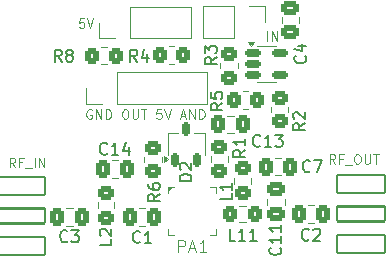
<source format=gto>
%TF.GenerationSoftware,KiCad,Pcbnew,8.0.8*%
%TF.CreationDate,2025-02-12T15:11:31-05:00*%
%TF.ProjectId,pa-test-board,70612d74-6573-4742-9d62-6f6172642e6b,rev?*%
%TF.SameCoordinates,Original*%
%TF.FileFunction,Legend,Top*%
%TF.FilePolarity,Positive*%
%FSLAX46Y46*%
G04 Gerber Fmt 4.6, Leading zero omitted, Abs format (unit mm)*
G04 Created by KiCad (PCBNEW 8.0.8) date 2025-02-12 15:11:31*
%MOMM*%
%LPD*%
G01*
G04 APERTURE LIST*
G04 Aperture macros list*
%AMRoundRect*
0 Rectangle with rounded corners*
0 $1 Rounding radius*
0 $2 $3 $4 $5 $6 $7 $8 $9 X,Y pos of 4 corners*
0 Add a 4 corners polygon primitive as box body*
4,1,4,$2,$3,$4,$5,$6,$7,$8,$9,$2,$3,0*
0 Add four circle primitives for the rounded corners*
1,1,$1+$1,$2,$3*
1,1,$1+$1,$4,$5*
1,1,$1+$1,$6,$7*
1,1,$1+$1,$8,$9*
0 Add four rect primitives between the rounded corners*
20,1,$1+$1,$2,$3,$4,$5,0*
20,1,$1+$1,$4,$5,$6,$7,0*
20,1,$1+$1,$6,$7,$8,$9,0*
20,1,$1+$1,$8,$9,$2,$3,0*%
G04 Aperture macros list end*
%ADD10C,0.100000*%
%ADD11C,0.150000*%
%ADD12C,0.120000*%
%ADD13C,0.200000*%
%ADD14RoundRect,0.250000X0.337500X0.475000X-0.337500X0.475000X-0.337500X-0.475000X0.337500X-0.475000X0*%
%ADD15RoundRect,0.250000X0.450000X-0.350000X0.450000X0.350000X-0.450000X0.350000X-0.450000X-0.350000X0*%
%ADD16RoundRect,0.250000X-0.350000X-0.450000X0.350000X-0.450000X0.350000X0.450000X-0.350000X0.450000X0*%
%ADD17RoundRect,0.250000X-0.450000X0.350000X-0.450000X-0.350000X0.450000X-0.350000X0.450000X0.350000X0*%
%ADD18R,1.700000X1.700000*%
%ADD19O,1.700000X1.700000*%
%ADD20RoundRect,0.250000X0.450000X-0.325000X0.450000X0.325000X-0.450000X0.325000X-0.450000X-0.325000X0*%
%ADD21C,3.200000*%
%ADD22RoundRect,0.162500X0.162500X-0.447500X0.162500X0.447500X-0.162500X0.447500X-0.162500X-0.447500X0*%
%ADD23RoundRect,0.250000X-0.325000X-0.450000X0.325000X-0.450000X0.325000X0.450000X-0.325000X0.450000X0*%
%ADD24RoundRect,0.250000X-0.337500X-0.475000X0.337500X-0.475000X0.337500X0.475000X-0.337500X0.475000X0*%
%ADD25RoundRect,0.101600X2.032000X-0.635000X2.032000X0.635000X-2.032000X0.635000X-2.032000X-0.635000X0*%
%ADD26RoundRect,0.101600X2.032000X-0.762000X2.032000X0.762000X-2.032000X0.762000X-2.032000X-0.762000X0*%
%ADD27RoundRect,0.250000X-0.475000X0.337500X-0.475000X-0.337500X0.475000X-0.337500X0.475000X0.337500X0*%
%ADD28RoundRect,0.250000X-0.450000X0.325000X-0.450000X-0.325000X0.450000X-0.325000X0.450000X0.325000X0*%
%ADD29RoundRect,0.150000X-0.512500X-0.150000X0.512500X-0.150000X0.512500X0.150000X-0.512500X0.150000X0*%
%ADD30RoundRect,0.101600X-2.032000X0.635000X-2.032000X-0.635000X2.032000X-0.635000X2.032000X0.635000X0*%
%ADD31RoundRect,0.101600X-2.032000X0.762000X-2.032000X-0.762000X2.032000X-0.762000X2.032000X0.762000X0*%
%ADD32O,0.700000X0.380000*%
%ADD33O,0.380000X0.700000*%
%ADD34C,0.500000*%
%ADD35R,2.700000X2.700000*%
%ADD36RoundRect,0.250000X0.475000X-0.337500X0.475000X0.337500X-0.475000X0.337500X-0.475000X-0.337500X0*%
G04 APERTURE END LIST*
D10*
X141437217Y-94596895D02*
X141056265Y-94596895D01*
X141056265Y-94596895D02*
X141018169Y-94977847D01*
X141018169Y-94977847D02*
X141056265Y-94939752D01*
X141056265Y-94939752D02*
X141132455Y-94901657D01*
X141132455Y-94901657D02*
X141322931Y-94901657D01*
X141322931Y-94901657D02*
X141399122Y-94939752D01*
X141399122Y-94939752D02*
X141437217Y-94977847D01*
X141437217Y-94977847D02*
X141475312Y-95054038D01*
X141475312Y-95054038D02*
X141475312Y-95244514D01*
X141475312Y-95244514D02*
X141437217Y-95320704D01*
X141437217Y-95320704D02*
X141399122Y-95358800D01*
X141399122Y-95358800D02*
X141322931Y-95396895D01*
X141322931Y-95396895D02*
X141132455Y-95396895D01*
X141132455Y-95396895D02*
X141056265Y-95358800D01*
X141056265Y-95358800D02*
X141018169Y-95320704D01*
X141703884Y-94596895D02*
X141970551Y-95396895D01*
X141970551Y-95396895D02*
X142237217Y-94596895D01*
X135613408Y-107196895D02*
X135346741Y-106815942D01*
X135156265Y-107196895D02*
X135156265Y-106396895D01*
X135156265Y-106396895D02*
X135461027Y-106396895D01*
X135461027Y-106396895D02*
X135537217Y-106434990D01*
X135537217Y-106434990D02*
X135575312Y-106473085D01*
X135575312Y-106473085D02*
X135613408Y-106549276D01*
X135613408Y-106549276D02*
X135613408Y-106663561D01*
X135613408Y-106663561D02*
X135575312Y-106739752D01*
X135575312Y-106739752D02*
X135537217Y-106777847D01*
X135537217Y-106777847D02*
X135461027Y-106815942D01*
X135461027Y-106815942D02*
X135156265Y-106815942D01*
X136222931Y-106777847D02*
X135956265Y-106777847D01*
X135956265Y-107196895D02*
X135956265Y-106396895D01*
X135956265Y-106396895D02*
X136337217Y-106396895D01*
X136451503Y-107273085D02*
X137061026Y-107273085D01*
X137251503Y-107196895D02*
X137251503Y-106396895D01*
X137632455Y-107196895D02*
X137632455Y-106396895D01*
X137632455Y-106396895D02*
X138089598Y-107196895D01*
X138089598Y-107196895D02*
X138089598Y-106396895D01*
X156956265Y-96496895D02*
X156956265Y-95696895D01*
X157337217Y-96496895D02*
X157337217Y-95696895D01*
X157337217Y-95696895D02*
X157794360Y-96496895D01*
X157794360Y-96496895D02*
X157794360Y-95696895D01*
X162713408Y-106896895D02*
X162446741Y-106515942D01*
X162256265Y-106896895D02*
X162256265Y-106096895D01*
X162256265Y-106096895D02*
X162561027Y-106096895D01*
X162561027Y-106096895D02*
X162637217Y-106134990D01*
X162637217Y-106134990D02*
X162675312Y-106173085D01*
X162675312Y-106173085D02*
X162713408Y-106249276D01*
X162713408Y-106249276D02*
X162713408Y-106363561D01*
X162713408Y-106363561D02*
X162675312Y-106439752D01*
X162675312Y-106439752D02*
X162637217Y-106477847D01*
X162637217Y-106477847D02*
X162561027Y-106515942D01*
X162561027Y-106515942D02*
X162256265Y-106515942D01*
X163322931Y-106477847D02*
X163056265Y-106477847D01*
X163056265Y-106896895D02*
X163056265Y-106096895D01*
X163056265Y-106096895D02*
X163437217Y-106096895D01*
X163551503Y-106973085D02*
X164161026Y-106973085D01*
X164503884Y-106096895D02*
X164656265Y-106096895D01*
X164656265Y-106096895D02*
X164732455Y-106134990D01*
X164732455Y-106134990D02*
X164808646Y-106211180D01*
X164808646Y-106211180D02*
X164846741Y-106363561D01*
X164846741Y-106363561D02*
X164846741Y-106630228D01*
X164846741Y-106630228D02*
X164808646Y-106782609D01*
X164808646Y-106782609D02*
X164732455Y-106858800D01*
X164732455Y-106858800D02*
X164656265Y-106896895D01*
X164656265Y-106896895D02*
X164503884Y-106896895D01*
X164503884Y-106896895D02*
X164427693Y-106858800D01*
X164427693Y-106858800D02*
X164351503Y-106782609D01*
X164351503Y-106782609D02*
X164313407Y-106630228D01*
X164313407Y-106630228D02*
X164313407Y-106363561D01*
X164313407Y-106363561D02*
X164351503Y-106211180D01*
X164351503Y-106211180D02*
X164427693Y-106134990D01*
X164427693Y-106134990D02*
X164503884Y-106096895D01*
X165189598Y-106096895D02*
X165189598Y-106744514D01*
X165189598Y-106744514D02*
X165227693Y-106820704D01*
X165227693Y-106820704D02*
X165265788Y-106858800D01*
X165265788Y-106858800D02*
X165341979Y-106896895D01*
X165341979Y-106896895D02*
X165494360Y-106896895D01*
X165494360Y-106896895D02*
X165570550Y-106858800D01*
X165570550Y-106858800D02*
X165608645Y-106820704D01*
X165608645Y-106820704D02*
X165646741Y-106744514D01*
X165646741Y-106744514D02*
X165646741Y-106096895D01*
X165913407Y-106096895D02*
X166370550Y-106096895D01*
X166141978Y-106896895D02*
X166141978Y-106096895D01*
X142075312Y-102334990D02*
X141999122Y-102296895D01*
X141999122Y-102296895D02*
X141884836Y-102296895D01*
X141884836Y-102296895D02*
X141770550Y-102334990D01*
X141770550Y-102334990D02*
X141694360Y-102411180D01*
X141694360Y-102411180D02*
X141656265Y-102487371D01*
X141656265Y-102487371D02*
X141618169Y-102639752D01*
X141618169Y-102639752D02*
X141618169Y-102754038D01*
X141618169Y-102754038D02*
X141656265Y-102906419D01*
X141656265Y-102906419D02*
X141694360Y-102982609D01*
X141694360Y-102982609D02*
X141770550Y-103058800D01*
X141770550Y-103058800D02*
X141884836Y-103096895D01*
X141884836Y-103096895D02*
X141961027Y-103096895D01*
X141961027Y-103096895D02*
X142075312Y-103058800D01*
X142075312Y-103058800D02*
X142113408Y-103020704D01*
X142113408Y-103020704D02*
X142113408Y-102754038D01*
X142113408Y-102754038D02*
X141961027Y-102754038D01*
X142456265Y-103096895D02*
X142456265Y-102296895D01*
X142456265Y-102296895D02*
X142913408Y-103096895D01*
X142913408Y-103096895D02*
X142913408Y-102296895D01*
X143294360Y-103096895D02*
X143294360Y-102296895D01*
X143294360Y-102296895D02*
X143484836Y-102296895D01*
X143484836Y-102296895D02*
X143599122Y-102334990D01*
X143599122Y-102334990D02*
X143675312Y-102411180D01*
X143675312Y-102411180D02*
X143713407Y-102487371D01*
X143713407Y-102487371D02*
X143751503Y-102639752D01*
X143751503Y-102639752D02*
X143751503Y-102754038D01*
X143751503Y-102754038D02*
X143713407Y-102906419D01*
X143713407Y-102906419D02*
X143675312Y-102982609D01*
X143675312Y-102982609D02*
X143599122Y-103058800D01*
X143599122Y-103058800D02*
X143484836Y-103096895D01*
X143484836Y-103096895D02*
X143294360Y-103096895D01*
X144856265Y-102296895D02*
X145008646Y-102296895D01*
X145008646Y-102296895D02*
X145084836Y-102334990D01*
X145084836Y-102334990D02*
X145161027Y-102411180D01*
X145161027Y-102411180D02*
X145199122Y-102563561D01*
X145199122Y-102563561D02*
X145199122Y-102830228D01*
X145199122Y-102830228D02*
X145161027Y-102982609D01*
X145161027Y-102982609D02*
X145084836Y-103058800D01*
X145084836Y-103058800D02*
X145008646Y-103096895D01*
X145008646Y-103096895D02*
X144856265Y-103096895D01*
X144856265Y-103096895D02*
X144780074Y-103058800D01*
X144780074Y-103058800D02*
X144703884Y-102982609D01*
X144703884Y-102982609D02*
X144665788Y-102830228D01*
X144665788Y-102830228D02*
X144665788Y-102563561D01*
X144665788Y-102563561D02*
X144703884Y-102411180D01*
X144703884Y-102411180D02*
X144780074Y-102334990D01*
X144780074Y-102334990D02*
X144856265Y-102296895D01*
X145541979Y-102296895D02*
X145541979Y-102944514D01*
X145541979Y-102944514D02*
X145580074Y-103020704D01*
X145580074Y-103020704D02*
X145618169Y-103058800D01*
X145618169Y-103058800D02*
X145694360Y-103096895D01*
X145694360Y-103096895D02*
X145846741Y-103096895D01*
X145846741Y-103096895D02*
X145922931Y-103058800D01*
X145922931Y-103058800D02*
X145961026Y-103020704D01*
X145961026Y-103020704D02*
X145999122Y-102944514D01*
X145999122Y-102944514D02*
X145999122Y-102296895D01*
X146265788Y-102296895D02*
X146722931Y-102296895D01*
X146494359Y-103096895D02*
X146494359Y-102296895D01*
X147980074Y-102296895D02*
X147599122Y-102296895D01*
X147599122Y-102296895D02*
X147561026Y-102677847D01*
X147561026Y-102677847D02*
X147599122Y-102639752D01*
X147599122Y-102639752D02*
X147675312Y-102601657D01*
X147675312Y-102601657D02*
X147865788Y-102601657D01*
X147865788Y-102601657D02*
X147941979Y-102639752D01*
X147941979Y-102639752D02*
X147980074Y-102677847D01*
X147980074Y-102677847D02*
X148018169Y-102754038D01*
X148018169Y-102754038D02*
X148018169Y-102944514D01*
X148018169Y-102944514D02*
X147980074Y-103020704D01*
X147980074Y-103020704D02*
X147941979Y-103058800D01*
X147941979Y-103058800D02*
X147865788Y-103096895D01*
X147865788Y-103096895D02*
X147675312Y-103096895D01*
X147675312Y-103096895D02*
X147599122Y-103058800D01*
X147599122Y-103058800D02*
X147561026Y-103020704D01*
X148246741Y-102296895D02*
X148513408Y-103096895D01*
X148513408Y-103096895D02*
X148780074Y-102296895D01*
X149618169Y-102868323D02*
X149999122Y-102868323D01*
X149541979Y-103096895D02*
X149808646Y-102296895D01*
X149808646Y-102296895D02*
X150075312Y-103096895D01*
X150341979Y-103096895D02*
X150341979Y-102296895D01*
X150341979Y-102296895D02*
X150799122Y-103096895D01*
X150799122Y-103096895D02*
X150799122Y-102296895D01*
X151180074Y-103096895D02*
X151180074Y-102296895D01*
X151180074Y-102296895D02*
X151370550Y-102296895D01*
X151370550Y-102296895D02*
X151484836Y-102334990D01*
X151484836Y-102334990D02*
X151561026Y-102411180D01*
X151561026Y-102411180D02*
X151599121Y-102487371D01*
X151599121Y-102487371D02*
X151637217Y-102639752D01*
X151637217Y-102639752D02*
X151637217Y-102754038D01*
X151637217Y-102754038D02*
X151599121Y-102906419D01*
X151599121Y-102906419D02*
X151561026Y-102982609D01*
X151561026Y-102982609D02*
X151484836Y-103058800D01*
X151484836Y-103058800D02*
X151370550Y-103096895D01*
X151370550Y-103096895D02*
X151180074Y-103096895D01*
D11*
X156357142Y-105359580D02*
X156309523Y-105407200D01*
X156309523Y-105407200D02*
X156166666Y-105454819D01*
X156166666Y-105454819D02*
X156071428Y-105454819D01*
X156071428Y-105454819D02*
X155928571Y-105407200D01*
X155928571Y-105407200D02*
X155833333Y-105311961D01*
X155833333Y-105311961D02*
X155785714Y-105216723D01*
X155785714Y-105216723D02*
X155738095Y-105026247D01*
X155738095Y-105026247D02*
X155738095Y-104883390D01*
X155738095Y-104883390D02*
X155785714Y-104692914D01*
X155785714Y-104692914D02*
X155833333Y-104597676D01*
X155833333Y-104597676D02*
X155928571Y-104502438D01*
X155928571Y-104502438D02*
X156071428Y-104454819D01*
X156071428Y-104454819D02*
X156166666Y-104454819D01*
X156166666Y-104454819D02*
X156309523Y-104502438D01*
X156309523Y-104502438D02*
X156357142Y-104550057D01*
X157309523Y-105454819D02*
X156738095Y-105454819D01*
X157023809Y-105454819D02*
X157023809Y-104454819D01*
X157023809Y-104454819D02*
X156928571Y-104597676D01*
X156928571Y-104597676D02*
X156833333Y-104692914D01*
X156833333Y-104692914D02*
X156738095Y-104740533D01*
X157642857Y-104454819D02*
X158261904Y-104454819D01*
X158261904Y-104454819D02*
X157928571Y-104835771D01*
X157928571Y-104835771D02*
X158071428Y-104835771D01*
X158071428Y-104835771D02*
X158166666Y-104883390D01*
X158166666Y-104883390D02*
X158214285Y-104931009D01*
X158214285Y-104931009D02*
X158261904Y-105026247D01*
X158261904Y-105026247D02*
X158261904Y-105264342D01*
X158261904Y-105264342D02*
X158214285Y-105359580D01*
X158214285Y-105359580D02*
X158166666Y-105407200D01*
X158166666Y-105407200D02*
X158071428Y-105454819D01*
X158071428Y-105454819D02*
X157785714Y-105454819D01*
X157785714Y-105454819D02*
X157690476Y-105407200D01*
X157690476Y-105407200D02*
X157642857Y-105359580D01*
X152654819Y-97866666D02*
X152178628Y-98199999D01*
X152654819Y-98438094D02*
X151654819Y-98438094D01*
X151654819Y-98438094D02*
X151654819Y-98057142D01*
X151654819Y-98057142D02*
X151702438Y-97961904D01*
X151702438Y-97961904D02*
X151750057Y-97914285D01*
X151750057Y-97914285D02*
X151845295Y-97866666D01*
X151845295Y-97866666D02*
X151988152Y-97866666D01*
X151988152Y-97866666D02*
X152083390Y-97914285D01*
X152083390Y-97914285D02*
X152131009Y-97961904D01*
X152131009Y-97961904D02*
X152178628Y-98057142D01*
X152178628Y-98057142D02*
X152178628Y-98438094D01*
X151654819Y-97533332D02*
X151654819Y-96914285D01*
X151654819Y-96914285D02*
X152035771Y-97247618D01*
X152035771Y-97247618D02*
X152035771Y-97104761D01*
X152035771Y-97104761D02*
X152083390Y-97009523D01*
X152083390Y-97009523D02*
X152131009Y-96961904D01*
X152131009Y-96961904D02*
X152226247Y-96914285D01*
X152226247Y-96914285D02*
X152464342Y-96914285D01*
X152464342Y-96914285D02*
X152559580Y-96961904D01*
X152559580Y-96961904D02*
X152607200Y-97009523D01*
X152607200Y-97009523D02*
X152654819Y-97104761D01*
X152654819Y-97104761D02*
X152654819Y-97390475D01*
X152654819Y-97390475D02*
X152607200Y-97485713D01*
X152607200Y-97485713D02*
X152559580Y-97533332D01*
X153154819Y-101766666D02*
X152678628Y-102099999D01*
X153154819Y-102338094D02*
X152154819Y-102338094D01*
X152154819Y-102338094D02*
X152154819Y-101957142D01*
X152154819Y-101957142D02*
X152202438Y-101861904D01*
X152202438Y-101861904D02*
X152250057Y-101814285D01*
X152250057Y-101814285D02*
X152345295Y-101766666D01*
X152345295Y-101766666D02*
X152488152Y-101766666D01*
X152488152Y-101766666D02*
X152583390Y-101814285D01*
X152583390Y-101814285D02*
X152631009Y-101861904D01*
X152631009Y-101861904D02*
X152678628Y-101957142D01*
X152678628Y-101957142D02*
X152678628Y-102338094D01*
X152154819Y-100861904D02*
X152154819Y-101338094D01*
X152154819Y-101338094D02*
X152631009Y-101385713D01*
X152631009Y-101385713D02*
X152583390Y-101338094D01*
X152583390Y-101338094D02*
X152535771Y-101242856D01*
X152535771Y-101242856D02*
X152535771Y-101004761D01*
X152535771Y-101004761D02*
X152583390Y-100909523D01*
X152583390Y-100909523D02*
X152631009Y-100861904D01*
X152631009Y-100861904D02*
X152726247Y-100814285D01*
X152726247Y-100814285D02*
X152964342Y-100814285D01*
X152964342Y-100814285D02*
X153059580Y-100861904D01*
X153059580Y-100861904D02*
X153107200Y-100909523D01*
X153107200Y-100909523D02*
X153154819Y-101004761D01*
X153154819Y-101004761D02*
X153154819Y-101242856D01*
X153154819Y-101242856D02*
X153107200Y-101338094D01*
X153107200Y-101338094D02*
X153059580Y-101385713D01*
X147854819Y-109466666D02*
X147378628Y-109799999D01*
X147854819Y-110038094D02*
X146854819Y-110038094D01*
X146854819Y-110038094D02*
X146854819Y-109657142D01*
X146854819Y-109657142D02*
X146902438Y-109561904D01*
X146902438Y-109561904D02*
X146950057Y-109514285D01*
X146950057Y-109514285D02*
X147045295Y-109466666D01*
X147045295Y-109466666D02*
X147188152Y-109466666D01*
X147188152Y-109466666D02*
X147283390Y-109514285D01*
X147283390Y-109514285D02*
X147331009Y-109561904D01*
X147331009Y-109561904D02*
X147378628Y-109657142D01*
X147378628Y-109657142D02*
X147378628Y-110038094D01*
X146854819Y-108609523D02*
X146854819Y-108799999D01*
X146854819Y-108799999D02*
X146902438Y-108895237D01*
X146902438Y-108895237D02*
X146950057Y-108942856D01*
X146950057Y-108942856D02*
X147092914Y-109038094D01*
X147092914Y-109038094D02*
X147283390Y-109085713D01*
X147283390Y-109085713D02*
X147664342Y-109085713D01*
X147664342Y-109085713D02*
X147759580Y-109038094D01*
X147759580Y-109038094D02*
X147807200Y-108990475D01*
X147807200Y-108990475D02*
X147854819Y-108895237D01*
X147854819Y-108895237D02*
X147854819Y-108704761D01*
X147854819Y-108704761D02*
X147807200Y-108609523D01*
X147807200Y-108609523D02*
X147759580Y-108561904D01*
X147759580Y-108561904D02*
X147664342Y-108514285D01*
X147664342Y-108514285D02*
X147426247Y-108514285D01*
X147426247Y-108514285D02*
X147331009Y-108561904D01*
X147331009Y-108561904D02*
X147283390Y-108609523D01*
X147283390Y-108609523D02*
X147235771Y-108704761D01*
X147235771Y-108704761D02*
X147235771Y-108895237D01*
X147235771Y-108895237D02*
X147283390Y-108990475D01*
X147283390Y-108990475D02*
X147331009Y-109038094D01*
X147331009Y-109038094D02*
X147426247Y-109085713D01*
X143754819Y-113266666D02*
X143754819Y-113742856D01*
X143754819Y-113742856D02*
X142754819Y-113742856D01*
X142850057Y-112980951D02*
X142802438Y-112933332D01*
X142802438Y-112933332D02*
X142754819Y-112838094D01*
X142754819Y-112838094D02*
X142754819Y-112599999D01*
X142754819Y-112599999D02*
X142802438Y-112504761D01*
X142802438Y-112504761D02*
X142850057Y-112457142D01*
X142850057Y-112457142D02*
X142945295Y-112409523D01*
X142945295Y-112409523D02*
X143040533Y-112409523D01*
X143040533Y-112409523D02*
X143183390Y-112457142D01*
X143183390Y-112457142D02*
X143754819Y-113028570D01*
X143754819Y-113028570D02*
X143754819Y-112409523D01*
X150532269Y-108338094D02*
X149532269Y-108338094D01*
X149532269Y-108338094D02*
X149532269Y-108099999D01*
X149532269Y-108099999D02*
X149579888Y-107957142D01*
X149579888Y-107957142D02*
X149675126Y-107861904D01*
X149675126Y-107861904D02*
X149770364Y-107814285D01*
X149770364Y-107814285D02*
X149960840Y-107766666D01*
X149960840Y-107766666D02*
X150103697Y-107766666D01*
X150103697Y-107766666D02*
X150294173Y-107814285D01*
X150294173Y-107814285D02*
X150389411Y-107861904D01*
X150389411Y-107861904D02*
X150484650Y-107957142D01*
X150484650Y-107957142D02*
X150532269Y-108099999D01*
X150532269Y-108099999D02*
X150532269Y-108338094D01*
X149627507Y-107385713D02*
X149579888Y-107338094D01*
X149579888Y-107338094D02*
X149532269Y-107242856D01*
X149532269Y-107242856D02*
X149532269Y-107004761D01*
X149532269Y-107004761D02*
X149579888Y-106909523D01*
X149579888Y-106909523D02*
X149627507Y-106861904D01*
X149627507Y-106861904D02*
X149722745Y-106814285D01*
X149722745Y-106814285D02*
X149817983Y-106814285D01*
X149817983Y-106814285D02*
X149960840Y-106861904D01*
X149960840Y-106861904D02*
X150532269Y-107433332D01*
X150532269Y-107433332D02*
X150532269Y-106814285D01*
X154234592Y-113404819D02*
X153758402Y-113404819D01*
X153758402Y-113404819D02*
X153758402Y-112404819D01*
X155091735Y-113404819D02*
X154520307Y-113404819D01*
X154806021Y-113404819D02*
X154806021Y-112404819D01*
X154806021Y-112404819D02*
X154710783Y-112547676D01*
X154710783Y-112547676D02*
X154615545Y-112642914D01*
X154615545Y-112642914D02*
X154520307Y-112690533D01*
X156044116Y-113404819D02*
X155472688Y-113404819D01*
X155758402Y-113404819D02*
X155758402Y-112404819D01*
X155758402Y-112404819D02*
X155663164Y-112547676D01*
X155663164Y-112547676D02*
X155567926Y-112642914D01*
X155567926Y-112642914D02*
X155472688Y-112690533D01*
X143397092Y-106029580D02*
X143349473Y-106077200D01*
X143349473Y-106077200D02*
X143206616Y-106124819D01*
X143206616Y-106124819D02*
X143111378Y-106124819D01*
X143111378Y-106124819D02*
X142968521Y-106077200D01*
X142968521Y-106077200D02*
X142873283Y-105981961D01*
X142873283Y-105981961D02*
X142825664Y-105886723D01*
X142825664Y-105886723D02*
X142778045Y-105696247D01*
X142778045Y-105696247D02*
X142778045Y-105553390D01*
X142778045Y-105553390D02*
X142825664Y-105362914D01*
X142825664Y-105362914D02*
X142873283Y-105267676D01*
X142873283Y-105267676D02*
X142968521Y-105172438D01*
X142968521Y-105172438D02*
X143111378Y-105124819D01*
X143111378Y-105124819D02*
X143206616Y-105124819D01*
X143206616Y-105124819D02*
X143349473Y-105172438D01*
X143349473Y-105172438D02*
X143397092Y-105220057D01*
X144349473Y-106124819D02*
X143778045Y-106124819D01*
X144063759Y-106124819D02*
X144063759Y-105124819D01*
X144063759Y-105124819D02*
X143968521Y-105267676D01*
X143968521Y-105267676D02*
X143873283Y-105362914D01*
X143873283Y-105362914D02*
X143778045Y-105410533D01*
X145206616Y-105458152D02*
X145206616Y-106124819D01*
X144968521Y-105077200D02*
X144730426Y-105791485D01*
X144730426Y-105791485D02*
X145349473Y-105791485D01*
X158037030Y-113992857D02*
X158084650Y-114040476D01*
X158084650Y-114040476D02*
X158132269Y-114183333D01*
X158132269Y-114183333D02*
X158132269Y-114278571D01*
X158132269Y-114278571D02*
X158084650Y-114421428D01*
X158084650Y-114421428D02*
X157989411Y-114516666D01*
X157989411Y-114516666D02*
X157894173Y-114564285D01*
X157894173Y-114564285D02*
X157703697Y-114611904D01*
X157703697Y-114611904D02*
X157560840Y-114611904D01*
X157560840Y-114611904D02*
X157370364Y-114564285D01*
X157370364Y-114564285D02*
X157275126Y-114516666D01*
X157275126Y-114516666D02*
X157179888Y-114421428D01*
X157179888Y-114421428D02*
X157132269Y-114278571D01*
X157132269Y-114278571D02*
X157132269Y-114183333D01*
X157132269Y-114183333D02*
X157179888Y-114040476D01*
X157179888Y-114040476D02*
X157227507Y-113992857D01*
X158132269Y-113040476D02*
X158132269Y-113611904D01*
X158132269Y-113326190D02*
X157132269Y-113326190D01*
X157132269Y-113326190D02*
X157275126Y-113421428D01*
X157275126Y-113421428D02*
X157370364Y-113516666D01*
X157370364Y-113516666D02*
X157417983Y-113611904D01*
X158132269Y-112088095D02*
X158132269Y-112659523D01*
X158132269Y-112373809D02*
X157132269Y-112373809D01*
X157132269Y-112373809D02*
X157275126Y-112469047D01*
X157275126Y-112469047D02*
X157370364Y-112564285D01*
X157370364Y-112564285D02*
X157417983Y-112659523D01*
X153932269Y-109416666D02*
X153932269Y-109892856D01*
X153932269Y-109892856D02*
X152932269Y-109892856D01*
X153932269Y-108559523D02*
X153932269Y-109130951D01*
X153932269Y-108845237D02*
X152932269Y-108845237D01*
X152932269Y-108845237D02*
X153075126Y-108940475D01*
X153075126Y-108940475D02*
X153170364Y-109035713D01*
X153170364Y-109035713D02*
X153217983Y-109130951D01*
X160473283Y-113309580D02*
X160425664Y-113357200D01*
X160425664Y-113357200D02*
X160282807Y-113404819D01*
X160282807Y-113404819D02*
X160187569Y-113404819D01*
X160187569Y-113404819D02*
X160044712Y-113357200D01*
X160044712Y-113357200D02*
X159949474Y-113261961D01*
X159949474Y-113261961D02*
X159901855Y-113166723D01*
X159901855Y-113166723D02*
X159854236Y-112976247D01*
X159854236Y-112976247D02*
X159854236Y-112833390D01*
X159854236Y-112833390D02*
X159901855Y-112642914D01*
X159901855Y-112642914D02*
X159949474Y-112547676D01*
X159949474Y-112547676D02*
X160044712Y-112452438D01*
X160044712Y-112452438D02*
X160187569Y-112404819D01*
X160187569Y-112404819D02*
X160282807Y-112404819D01*
X160282807Y-112404819D02*
X160425664Y-112452438D01*
X160425664Y-112452438D02*
X160473283Y-112500057D01*
X160854236Y-112500057D02*
X160901855Y-112452438D01*
X160901855Y-112452438D02*
X160997093Y-112404819D01*
X160997093Y-112404819D02*
X161235188Y-112404819D01*
X161235188Y-112404819D02*
X161330426Y-112452438D01*
X161330426Y-112452438D02*
X161378045Y-112500057D01*
X161378045Y-112500057D02*
X161425664Y-112595295D01*
X161425664Y-112595295D02*
X161425664Y-112690533D01*
X161425664Y-112690533D02*
X161378045Y-112833390D01*
X161378045Y-112833390D02*
X160806617Y-113404819D01*
X160806617Y-113404819D02*
X161425664Y-113404819D01*
X140033333Y-113439580D02*
X139985714Y-113487200D01*
X139985714Y-113487200D02*
X139842857Y-113534819D01*
X139842857Y-113534819D02*
X139747619Y-113534819D01*
X139747619Y-113534819D02*
X139604762Y-113487200D01*
X139604762Y-113487200D02*
X139509524Y-113391961D01*
X139509524Y-113391961D02*
X139461905Y-113296723D01*
X139461905Y-113296723D02*
X139414286Y-113106247D01*
X139414286Y-113106247D02*
X139414286Y-112963390D01*
X139414286Y-112963390D02*
X139461905Y-112772914D01*
X139461905Y-112772914D02*
X139509524Y-112677676D01*
X139509524Y-112677676D02*
X139604762Y-112582438D01*
X139604762Y-112582438D02*
X139747619Y-112534819D01*
X139747619Y-112534819D02*
X139842857Y-112534819D01*
X139842857Y-112534819D02*
X139985714Y-112582438D01*
X139985714Y-112582438D02*
X140033333Y-112630057D01*
X140366667Y-112534819D02*
X140985714Y-112534819D01*
X140985714Y-112534819D02*
X140652381Y-112915771D01*
X140652381Y-112915771D02*
X140795238Y-112915771D01*
X140795238Y-112915771D02*
X140890476Y-112963390D01*
X140890476Y-112963390D02*
X140938095Y-113011009D01*
X140938095Y-113011009D02*
X140985714Y-113106247D01*
X140985714Y-113106247D02*
X140985714Y-113344342D01*
X140985714Y-113344342D02*
X140938095Y-113439580D01*
X140938095Y-113439580D02*
X140890476Y-113487200D01*
X140890476Y-113487200D02*
X140795238Y-113534819D01*
X140795238Y-113534819D02*
X140509524Y-113534819D01*
X140509524Y-113534819D02*
X140414286Y-113487200D01*
X140414286Y-113487200D02*
X140366667Y-113439580D01*
X155082269Y-105716666D02*
X154606078Y-106049999D01*
X155082269Y-106288094D02*
X154082269Y-106288094D01*
X154082269Y-106288094D02*
X154082269Y-105907142D01*
X154082269Y-105907142D02*
X154129888Y-105811904D01*
X154129888Y-105811904D02*
X154177507Y-105764285D01*
X154177507Y-105764285D02*
X154272745Y-105716666D01*
X154272745Y-105716666D02*
X154415602Y-105716666D01*
X154415602Y-105716666D02*
X154510840Y-105764285D01*
X154510840Y-105764285D02*
X154558459Y-105811904D01*
X154558459Y-105811904D02*
X154606078Y-105907142D01*
X154606078Y-105907142D02*
X154606078Y-106288094D01*
X155082269Y-104764285D02*
X155082269Y-105335713D01*
X155082269Y-105049999D02*
X154082269Y-105049999D01*
X154082269Y-105049999D02*
X154225126Y-105145237D01*
X154225126Y-105145237D02*
X154320364Y-105240475D01*
X154320364Y-105240475D02*
X154367983Y-105335713D01*
X160560783Y-107509580D02*
X160513164Y-107557200D01*
X160513164Y-107557200D02*
X160370307Y-107604819D01*
X160370307Y-107604819D02*
X160275069Y-107604819D01*
X160275069Y-107604819D02*
X160132212Y-107557200D01*
X160132212Y-107557200D02*
X160036974Y-107461961D01*
X160036974Y-107461961D02*
X159989355Y-107366723D01*
X159989355Y-107366723D02*
X159941736Y-107176247D01*
X159941736Y-107176247D02*
X159941736Y-107033390D01*
X159941736Y-107033390D02*
X159989355Y-106842914D01*
X159989355Y-106842914D02*
X160036974Y-106747676D01*
X160036974Y-106747676D02*
X160132212Y-106652438D01*
X160132212Y-106652438D02*
X160275069Y-106604819D01*
X160275069Y-106604819D02*
X160370307Y-106604819D01*
X160370307Y-106604819D02*
X160513164Y-106652438D01*
X160513164Y-106652438D02*
X160560783Y-106700057D01*
X160894117Y-106604819D02*
X161560783Y-106604819D01*
X161560783Y-106604819D02*
X161132212Y-107604819D01*
X146195833Y-113509580D02*
X146148214Y-113557200D01*
X146148214Y-113557200D02*
X146005357Y-113604819D01*
X146005357Y-113604819D02*
X145910119Y-113604819D01*
X145910119Y-113604819D02*
X145767262Y-113557200D01*
X145767262Y-113557200D02*
X145672024Y-113461961D01*
X145672024Y-113461961D02*
X145624405Y-113366723D01*
X145624405Y-113366723D02*
X145576786Y-113176247D01*
X145576786Y-113176247D02*
X145576786Y-113033390D01*
X145576786Y-113033390D02*
X145624405Y-112842914D01*
X145624405Y-112842914D02*
X145672024Y-112747676D01*
X145672024Y-112747676D02*
X145767262Y-112652438D01*
X145767262Y-112652438D02*
X145910119Y-112604819D01*
X145910119Y-112604819D02*
X146005357Y-112604819D01*
X146005357Y-112604819D02*
X146148214Y-112652438D01*
X146148214Y-112652438D02*
X146195833Y-112700057D01*
X147148214Y-113604819D02*
X146576786Y-113604819D01*
X146862500Y-113604819D02*
X146862500Y-112604819D01*
X146862500Y-112604819D02*
X146767262Y-112747676D01*
X146767262Y-112747676D02*
X146672024Y-112842914D01*
X146672024Y-112842914D02*
X146576786Y-112890533D01*
X139533333Y-98254819D02*
X139200000Y-97778628D01*
X138961905Y-98254819D02*
X138961905Y-97254819D01*
X138961905Y-97254819D02*
X139342857Y-97254819D01*
X139342857Y-97254819D02*
X139438095Y-97302438D01*
X139438095Y-97302438D02*
X139485714Y-97350057D01*
X139485714Y-97350057D02*
X139533333Y-97445295D01*
X139533333Y-97445295D02*
X139533333Y-97588152D01*
X139533333Y-97588152D02*
X139485714Y-97683390D01*
X139485714Y-97683390D02*
X139438095Y-97731009D01*
X139438095Y-97731009D02*
X139342857Y-97778628D01*
X139342857Y-97778628D02*
X138961905Y-97778628D01*
X140104762Y-97683390D02*
X140009524Y-97635771D01*
X140009524Y-97635771D02*
X139961905Y-97588152D01*
X139961905Y-97588152D02*
X139914286Y-97492914D01*
X139914286Y-97492914D02*
X139914286Y-97445295D01*
X139914286Y-97445295D02*
X139961905Y-97350057D01*
X139961905Y-97350057D02*
X140009524Y-97302438D01*
X140009524Y-97302438D02*
X140104762Y-97254819D01*
X140104762Y-97254819D02*
X140295238Y-97254819D01*
X140295238Y-97254819D02*
X140390476Y-97302438D01*
X140390476Y-97302438D02*
X140438095Y-97350057D01*
X140438095Y-97350057D02*
X140485714Y-97445295D01*
X140485714Y-97445295D02*
X140485714Y-97492914D01*
X140485714Y-97492914D02*
X140438095Y-97588152D01*
X140438095Y-97588152D02*
X140390476Y-97635771D01*
X140390476Y-97635771D02*
X140295238Y-97683390D01*
X140295238Y-97683390D02*
X140104762Y-97683390D01*
X140104762Y-97683390D02*
X140009524Y-97731009D01*
X140009524Y-97731009D02*
X139961905Y-97778628D01*
X139961905Y-97778628D02*
X139914286Y-97873866D01*
X139914286Y-97873866D02*
X139914286Y-98064342D01*
X139914286Y-98064342D02*
X139961905Y-98159580D01*
X139961905Y-98159580D02*
X140009524Y-98207200D01*
X140009524Y-98207200D02*
X140104762Y-98254819D01*
X140104762Y-98254819D02*
X140295238Y-98254819D01*
X140295238Y-98254819D02*
X140390476Y-98207200D01*
X140390476Y-98207200D02*
X140438095Y-98159580D01*
X140438095Y-98159580D02*
X140485714Y-98064342D01*
X140485714Y-98064342D02*
X140485714Y-97873866D01*
X140485714Y-97873866D02*
X140438095Y-97778628D01*
X140438095Y-97778628D02*
X140390476Y-97731009D01*
X140390476Y-97731009D02*
X140295238Y-97683390D01*
D10*
X149420783Y-114357419D02*
X149420783Y-113357419D01*
X149420783Y-113357419D02*
X149801735Y-113357419D01*
X149801735Y-113357419D02*
X149896973Y-113405038D01*
X149896973Y-113405038D02*
X149944592Y-113452657D01*
X149944592Y-113452657D02*
X149992211Y-113547895D01*
X149992211Y-113547895D02*
X149992211Y-113690752D01*
X149992211Y-113690752D02*
X149944592Y-113785990D01*
X149944592Y-113785990D02*
X149896973Y-113833609D01*
X149896973Y-113833609D02*
X149801735Y-113881228D01*
X149801735Y-113881228D02*
X149420783Y-113881228D01*
X150373164Y-114071704D02*
X150849354Y-114071704D01*
X150277926Y-114357419D02*
X150611259Y-113357419D01*
X150611259Y-113357419D02*
X150944592Y-114357419D01*
X151801735Y-114357419D02*
X151230307Y-114357419D01*
X151516021Y-114357419D02*
X151516021Y-113357419D01*
X151516021Y-113357419D02*
X151420783Y-113500276D01*
X151420783Y-113500276D02*
X151325545Y-113595514D01*
X151325545Y-113595514D02*
X151230307Y-113643133D01*
D11*
X160154819Y-103466666D02*
X159678628Y-103799999D01*
X160154819Y-104038094D02*
X159154819Y-104038094D01*
X159154819Y-104038094D02*
X159154819Y-103657142D01*
X159154819Y-103657142D02*
X159202438Y-103561904D01*
X159202438Y-103561904D02*
X159250057Y-103514285D01*
X159250057Y-103514285D02*
X159345295Y-103466666D01*
X159345295Y-103466666D02*
X159488152Y-103466666D01*
X159488152Y-103466666D02*
X159583390Y-103514285D01*
X159583390Y-103514285D02*
X159631009Y-103561904D01*
X159631009Y-103561904D02*
X159678628Y-103657142D01*
X159678628Y-103657142D02*
X159678628Y-104038094D01*
X159250057Y-103085713D02*
X159202438Y-103038094D01*
X159202438Y-103038094D02*
X159154819Y-102942856D01*
X159154819Y-102942856D02*
X159154819Y-102704761D01*
X159154819Y-102704761D02*
X159202438Y-102609523D01*
X159202438Y-102609523D02*
X159250057Y-102561904D01*
X159250057Y-102561904D02*
X159345295Y-102514285D01*
X159345295Y-102514285D02*
X159440533Y-102514285D01*
X159440533Y-102514285D02*
X159583390Y-102561904D01*
X159583390Y-102561904D02*
X160154819Y-103133332D01*
X160154819Y-103133332D02*
X160154819Y-102514285D01*
X160159580Y-97766666D02*
X160207200Y-97814285D01*
X160207200Y-97814285D02*
X160254819Y-97957142D01*
X160254819Y-97957142D02*
X160254819Y-98052380D01*
X160254819Y-98052380D02*
X160207200Y-98195237D01*
X160207200Y-98195237D02*
X160111961Y-98290475D01*
X160111961Y-98290475D02*
X160016723Y-98338094D01*
X160016723Y-98338094D02*
X159826247Y-98385713D01*
X159826247Y-98385713D02*
X159683390Y-98385713D01*
X159683390Y-98385713D02*
X159492914Y-98338094D01*
X159492914Y-98338094D02*
X159397676Y-98290475D01*
X159397676Y-98290475D02*
X159302438Y-98195237D01*
X159302438Y-98195237D02*
X159254819Y-98052380D01*
X159254819Y-98052380D02*
X159254819Y-97957142D01*
X159254819Y-97957142D02*
X159302438Y-97814285D01*
X159302438Y-97814285D02*
X159350057Y-97766666D01*
X159588152Y-96909523D02*
X160254819Y-96909523D01*
X159207200Y-97147618D02*
X159921485Y-97385713D01*
X159921485Y-97385713D02*
X159921485Y-96766666D01*
X145933333Y-98254819D02*
X145600000Y-97778628D01*
X145361905Y-98254819D02*
X145361905Y-97254819D01*
X145361905Y-97254819D02*
X145742857Y-97254819D01*
X145742857Y-97254819D02*
X145838095Y-97302438D01*
X145838095Y-97302438D02*
X145885714Y-97350057D01*
X145885714Y-97350057D02*
X145933333Y-97445295D01*
X145933333Y-97445295D02*
X145933333Y-97588152D01*
X145933333Y-97588152D02*
X145885714Y-97683390D01*
X145885714Y-97683390D02*
X145838095Y-97731009D01*
X145838095Y-97731009D02*
X145742857Y-97778628D01*
X145742857Y-97778628D02*
X145361905Y-97778628D01*
X146790476Y-97588152D02*
X146790476Y-98254819D01*
X146552381Y-97207200D02*
X146314286Y-97921485D01*
X146314286Y-97921485D02*
X146933333Y-97921485D01*
D12*
%TO.C,C13*%
X154101202Y-102815000D02*
X153578698Y-102815000D01*
X154101202Y-104285000D02*
X153578698Y-104285000D01*
%TO.C,R3*%
X152965000Y-98827064D02*
X152965000Y-98372936D01*
X154435000Y-98827064D02*
X154435000Y-98372936D01*
%TO.C,R5*%
X154872936Y-100765000D02*
X155327064Y-100765000D01*
X154872936Y-102235000D02*
X155327064Y-102235000D01*
%TO.C,R6*%
X146542450Y-106322936D02*
X146542450Y-106777064D01*
X148012450Y-106322936D02*
X148012450Y-106777064D01*
%TO.C,J1*%
X142720000Y-96280000D02*
X142720000Y-94950000D01*
X144050000Y-96280000D02*
X142720000Y-96280000D01*
X145320000Y-93620000D02*
X150460000Y-93620000D01*
X145320000Y-96280000D02*
X145320000Y-93620000D01*
X145320000Y-96280000D02*
X150460000Y-96280000D01*
X150460000Y-96280000D02*
X150460000Y-93620000D01*
%TO.C,L2*%
X142590000Y-110686252D02*
X142590000Y-110163748D01*
X144010000Y-110686252D02*
X144010000Y-110163748D01*
%TO.C,D2*%
X148537450Y-104280000D02*
X148537450Y-106130000D01*
X148537450Y-104280000D02*
X149427450Y-104280000D01*
X150767450Y-104295000D02*
X151657450Y-104295000D01*
X151657450Y-104295000D02*
X151657450Y-106145000D01*
X148527450Y-106520000D02*
X148197450Y-106760000D01*
X148197450Y-106280000D01*
X148527450Y-106520000D01*
G36*
X148527450Y-106520000D02*
G01*
X148197450Y-106760000D01*
X148197450Y-106280000D01*
X148527450Y-106520000D01*
G37*
%TO.C,L11*%
X154591198Y-110440000D02*
X155113702Y-110440000D01*
X154591198Y-111860000D02*
X155113702Y-111860000D01*
%TO.C,C14*%
X143778698Y-106615000D02*
X144301202Y-106615000D01*
X143778698Y-108085000D02*
X144301202Y-108085000D01*
%TO.C,C11*%
X156942450Y-109851248D02*
X156942450Y-110373752D01*
X158412450Y-109851248D02*
X158412450Y-110373752D01*
%TO.C,L1*%
X154167450Y-108063748D02*
X154167450Y-108586252D01*
X155587450Y-108063748D02*
X155587450Y-108586252D01*
%TO.C,C2*%
X160901202Y-110415000D02*
X160378698Y-110415000D01*
X160901202Y-111885000D02*
X160378698Y-111885000D01*
%TO.C,C3*%
X140461252Y-110665000D02*
X139938748Y-110665000D01*
X140461252Y-112135000D02*
X139938748Y-112135000D01*
%TO.C,J4*%
X141602550Y-101830000D02*
X141602550Y-100500000D01*
X142932550Y-101830000D02*
X141602550Y-101830000D01*
X144202550Y-99170000D02*
X151882550Y-99170000D01*
X144202550Y-101830000D02*
X144202550Y-99170000D01*
X144202550Y-101830000D02*
X151882550Y-101830000D01*
X151882550Y-101830000D02*
X151882550Y-99170000D01*
%TO.C,R1*%
X152167450Y-106263748D02*
X152167450Y-106786252D01*
X153587450Y-106263748D02*
X153587450Y-106786252D01*
%TO.C,J5*%
X151530000Y-93570000D02*
X151530000Y-96230000D01*
X154130000Y-93570000D02*
X151530000Y-93570000D01*
X154130000Y-93570000D02*
X154130000Y-96230000D01*
X154130000Y-96230000D02*
X151530000Y-96230000D01*
X155400000Y-93570000D02*
X156730000Y-93570000D01*
X156730000Y-93570000D02*
X156730000Y-94900000D01*
%TO.C,C7*%
X157578698Y-106415000D02*
X158101202Y-106415000D01*
X157578698Y-107885000D02*
X158101202Y-107885000D01*
%TO.C,U1*%
X156862500Y-96890000D02*
X156062500Y-96890000D01*
X156862500Y-96890000D02*
X157662500Y-96890000D01*
X156862500Y-100010000D02*
X156062500Y-100010000D01*
X156862500Y-100010000D02*
X157662500Y-100010000D01*
X155562500Y-96940000D02*
X155322500Y-96610000D01*
X155802500Y-96610000D01*
X155562500Y-96940000D01*
G36*
X155562500Y-96940000D02*
G01*
X155322500Y-96610000D01*
X155802500Y-96610000D01*
X155562500Y-96940000D01*
G37*
%TO.C,C1*%
X146623752Y-110665000D02*
X146101248Y-110665000D01*
X146623752Y-112135000D02*
X146101248Y-112135000D01*
%TO.C,R8*%
X142902936Y-97015000D02*
X143357064Y-97015000D01*
X142902936Y-98485000D02*
X143357064Y-98485000D01*
D10*
%TO.C,PA1*%
X148587450Y-108900000D02*
X148587450Y-109400000D01*
X148587450Y-108900000D02*
X149087450Y-108900000D01*
X148587450Y-112900000D02*
X148587450Y-112400000D01*
X148587450Y-112900000D02*
X149087450Y-112900000D01*
X152587450Y-108900000D02*
X152087450Y-108900000D01*
X152587450Y-108900000D02*
X152587450Y-109400000D01*
X152587450Y-112900000D02*
X152087450Y-112900000D01*
X152587450Y-112900000D02*
X152587450Y-112400000D01*
D13*
X148787450Y-109000000D02*
G75*
G02*
X148587450Y-109000000I-100000J0D01*
G01*
X148587450Y-109000000D02*
G75*
G02*
X148787450Y-109000000I100000J0D01*
G01*
D12*
%TO.C,R2*%
X157265000Y-102527064D02*
X157265000Y-102072936D01*
X158735000Y-102527064D02*
X158735000Y-102072936D01*
%TO.C,C4*%
X158165000Y-94998752D02*
X158165000Y-94476248D01*
X159635000Y-94998752D02*
X159635000Y-94476248D01*
%TO.C,R4*%
X148625486Y-96965000D02*
X149079614Y-96965000D01*
X148625486Y-98435000D02*
X149079614Y-98435000D01*
%TD*%
%LPC*%
D14*
%TO.C,C13*%
X154877450Y-103550000D03*
X152802450Y-103550000D03*
%TD*%
D15*
%TO.C,R3*%
X153700000Y-99600000D03*
X153700000Y-97600000D03*
%TD*%
D16*
%TO.C,R5*%
X154100000Y-101500000D03*
X156100000Y-101500000D03*
%TD*%
D17*
%TO.C,R6*%
X147277450Y-105550000D03*
X147277450Y-107550000D03*
%TD*%
D18*
%TO.C,J1*%
X144050000Y-94950000D03*
D19*
X146590000Y-94950000D03*
X149130000Y-94950000D03*
%TD*%
D20*
%TO.C,L2*%
X143300000Y-111450000D03*
X143300000Y-109400000D03*
%TD*%
D21*
%TO.C,H3*%
X137600000Y-119300000D03*
%TD*%
D22*
%TO.C,D2*%
X149127450Y-106550000D03*
X151027450Y-106550000D03*
X150077450Y-103930000D03*
%TD*%
D23*
%TO.C,L11*%
X153827450Y-111150000D03*
X155877450Y-111150000D03*
%TD*%
D24*
%TO.C,C14*%
X143002450Y-107350000D03*
X145077450Y-107350000D03*
%TD*%
D25*
%TO.C,J2*%
X136132000Y-111350000D03*
D26*
X136132000Y-108810000D03*
X136132000Y-113890000D03*
%TD*%
D27*
%TO.C,C11*%
X157677450Y-109075000D03*
X157677450Y-111150000D03*
%TD*%
D28*
%TO.C,L1*%
X154877450Y-107300000D03*
X154877450Y-109350000D03*
%TD*%
D21*
%TO.C,H4*%
X163400000Y-95600000D03*
%TD*%
D14*
%TO.C,C2*%
X161677450Y-111150000D03*
X159602450Y-111150000D03*
%TD*%
D21*
%TO.C,H2*%
X163300000Y-119300000D03*
%TD*%
D14*
%TO.C,C3*%
X141237500Y-111400000D03*
X139162500Y-111400000D03*
%TD*%
D18*
%TO.C,J4*%
X142932550Y-100500000D03*
D19*
X145472550Y-100500000D03*
X148012550Y-100500000D03*
X150552550Y-100500000D03*
%TD*%
D28*
%TO.C,R1*%
X152877450Y-105500000D03*
X152877450Y-107550000D03*
%TD*%
D18*
%TO.C,J5*%
X155400000Y-94900000D03*
D19*
X152860000Y-94900000D03*
%TD*%
D24*
%TO.C,C7*%
X156802450Y-107150000D03*
X158877450Y-107150000D03*
%TD*%
D21*
%TO.C,H1*%
X137500000Y-95600000D03*
%TD*%
D29*
%TO.C,U1*%
X155725000Y-97500000D03*
X155725000Y-98450000D03*
X155725000Y-99400000D03*
X158000000Y-99400000D03*
X158000000Y-97500000D03*
%TD*%
D14*
%TO.C,C1*%
X147400000Y-111400000D03*
X145325000Y-111400000D03*
%TD*%
D16*
%TO.C,R8*%
X142130000Y-97750000D03*
X144130000Y-97750000D03*
%TD*%
D30*
%TO.C,J3*%
X164845450Y-111150000D03*
D31*
X164845450Y-113690000D03*
X164845450Y-108610000D03*
%TD*%
D32*
%TO.C,PA1*%
X148697450Y-109650000D03*
X148697450Y-110150000D03*
X148697450Y-110650000D03*
X148697450Y-111150000D03*
X148697450Y-111650000D03*
X148697450Y-112150000D03*
D33*
X149337450Y-112790000D03*
X149837450Y-112790000D03*
X150337450Y-112790000D03*
X150837450Y-112790000D03*
X151337450Y-112790000D03*
X151837450Y-112790000D03*
D32*
X152477450Y-112150000D03*
X152477450Y-111650000D03*
X152477450Y-111150000D03*
X152477450Y-110650000D03*
X152477450Y-110150000D03*
X152477450Y-109650000D03*
D33*
X151837450Y-109010000D03*
X151337450Y-109010000D03*
X150837450Y-109010000D03*
X150337450Y-109010000D03*
X149837450Y-109010000D03*
X149337450Y-109010000D03*
D34*
X149627450Y-109940000D03*
X149627450Y-110580000D03*
X149627450Y-111220000D03*
X149627450Y-111860000D03*
X150267450Y-109940000D03*
X150267450Y-110580000D03*
X150267450Y-111220000D03*
X150267450Y-111860000D03*
D35*
X150587450Y-110900000D03*
D34*
X150907450Y-109940000D03*
X150907450Y-110580000D03*
X150907450Y-111220000D03*
X150907450Y-111860000D03*
X151547450Y-109940000D03*
X151547450Y-110580000D03*
X151547450Y-111220000D03*
X151547450Y-111860000D03*
%TD*%
D15*
%TO.C,R2*%
X158000000Y-103300000D03*
X158000000Y-101300000D03*
%TD*%
D36*
%TO.C,C4*%
X158900000Y-95775000D03*
X158900000Y-93700000D03*
%TD*%
D16*
%TO.C,R4*%
X147852550Y-97700000D03*
X149852550Y-97700000D03*
%TD*%
%LPD*%
M02*

</source>
